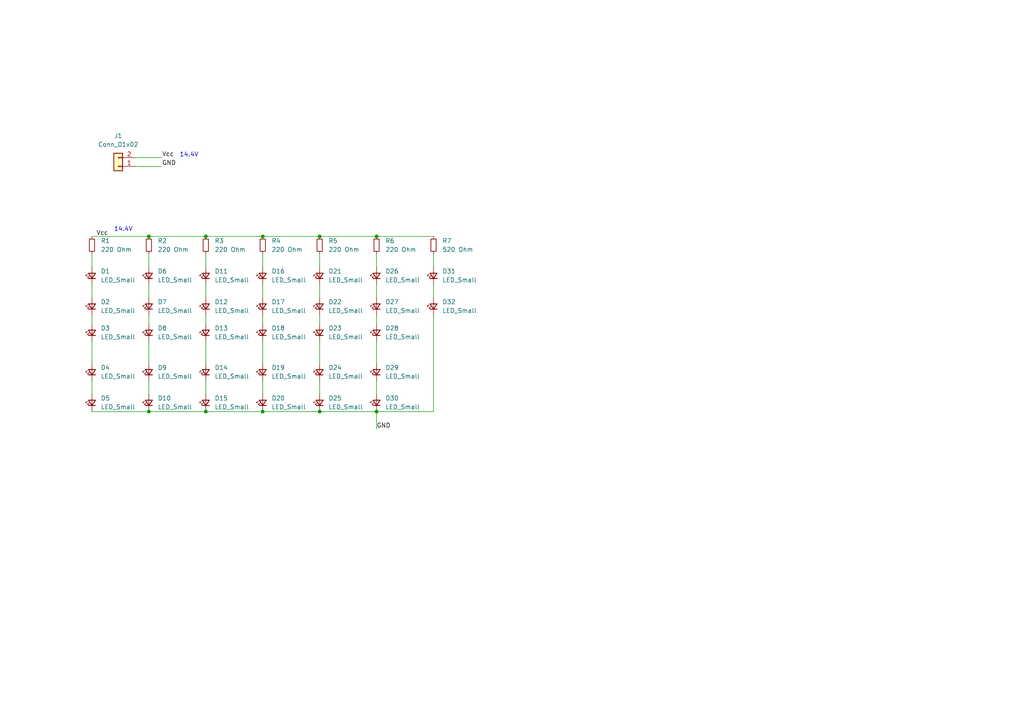
<source format=kicad_sch>
(kicad_sch (version 20230121) (generator eeschema)
  (paper "A4")
  (title_block (title "Brake_Light") (date "2023-12-02") (rev "v1.4") (company "TTR_8th") (comment 1 "Designed By Howard Lee"))
  (lib_symbols
    (symbol "Connector_Generic:Conn_01x02" (pin_names (offset 1.016) hide)
      (property "Reference" "J" (at 0 2.54 0))
      (property "Value" "Conn_01x02" (at 0 -5.08 0))
      (symbol "Conn_01x02_1_1"
        (rectangle (start -1.27 -2.413) (end 0 -2.667) (stroke (width 0.1524)))
        (rectangle (start -1.27 0.127) (end 0 -0.127) (stroke (width 0.1524)))
        (rectangle (start -1.27 1.27) (end 1.27 -3.81) (stroke (width 0.254)) (fill (type background)))
        (pin passive line (at -5.08 0 0) (length 3.81) (name "Pin_1") (number "1"))
        (pin passive line (at -5.08 -2.54 0) (length 3.81) (name "Pin_2") (number "2"))
      )
    )
    (symbol "Device:LED_Small" (pin_numbers hide) (pin_names (offset 0.254) hide)
      (property "Reference" "D" (at -1.27 3.175 0))
      (property "Value" "LED_Small" (at -4.445 -2.54 0))
      (symbol "LED_Small_0_1"
        (polyline (pts (xy -0.762 -1.016) (xy -0.762 1.016)) (stroke (width 0.254)))
        (polyline (pts (xy 1.016 0) (xy -0.762 0)))
        (polyline (pts (xy 0.762 -1.016) (xy -0.762 0) (xy 0.762 1.016) (xy 0.762 -1.016)) (stroke (width 0.254)))
        (polyline (pts (xy 0 0.762) (xy -0.508 1.27) (xy -0.254 1.27) (xy -0.508 1.27) (xy -0.508 1.016)))
        (polyline (pts (xy 0.508 1.27) (xy 0 1.778) (xy 0.254 1.778) (xy 0 1.778) (xy 0 1.524)))
      )
      (symbol "LED_Small_1_1"
        (pin passive line (at -2.54 0 0) (length 1.778) (name "K") (number "1"))
        (pin passive line (at 2.54 0 180) (length 1.778) (name "A") (number "2"))
      )
    )
    (symbol "Device:R_Small" (pin_numbers hide) (pin_names (offset 0.254) hide)
      (property "Reference" "R" (at 0.762 0.508 0))
      (property "Value" "R_Small" (at 0.762 -1.016 0))
      (symbol "R_Small_0_1"
        (rectangle (start -0.762 1.778) (end 0.762 -1.778) (stroke (width 0.2032)))
      )
      (symbol "R_Small_1_1"
        (pin passive line (at 0 2.54 270) (length 0.762) (name "~") (number "1"))
        (pin passive line (at 0 -2.54 90) (length 0.762) (name "~") (number "2"))
      )
    )
  )
  (junction (at 59.69 119.38))
  (junction (at 109.22 119.38))
  (junction (at 76.2 68.58))
  (junction (at 92.71 119.38))
  (junction (at 109.22 68.58))
  (junction (at 59.69 68.58))
  (junction (at 43.18 68.58))
  (junction (at 92.71 68.58))
  (junction (at 76.2 119.38))
  (junction (at 43.18 119.38))
  (wire (pts (xy 125.73 82.55) (xy 125.73 86.36)))
  (wire (pts (xy 76.2 91.44) (xy 76.2 93.98)))
  (wire (pts (xy 76.2 110.49) (xy 76.2 114.3)))
  (wire (pts (xy 26.67 82.55) (xy 26.67 86.36)))
  (wire (pts (xy 59.69 91.44) (xy 59.69 93.98)))
  (wire (pts (xy 125.73 119.38) (xy 109.22 119.38)))
  (wire (pts (xy 76.2 68.58) (xy 92.71 68.58)))
  (wire (pts (xy 76.2 82.55) (xy 76.2 86.36)))
  (wire (pts (xy 59.69 99.06) (xy 59.69 105.41)))
  (wire (pts (xy 109.22 124.46) (xy 109.22 119.38)))
  (wire (pts (xy 92.71 68.58) (xy 109.22 68.58)))
  (wire (pts (xy 109.22 91.44) (xy 109.22 93.98)))
  (wire (pts (xy 59.69 119.38) (xy 76.2 119.38)))
  (wire (pts (xy 43.18 68.58) (xy 59.69 68.58)))
  (wire (pts (xy 92.71 82.55) (xy 92.71 86.36)))
  (wire (pts (xy 59.69 82.55) (xy 59.69 86.36)))
  (wire (pts (xy 43.18 91.44) (xy 43.18 93.98)))
  (wire (pts (xy 92.71 110.49) (xy 92.71 114.3)))
  (wire (pts (xy 109.22 68.58) (xy 125.73 68.58)))
  (wire (pts (xy 59.69 73.66) (xy 59.69 77.47)))
  (wire (pts (xy 43.18 119.38) (xy 59.69 119.38)))
  (wire (pts (xy 26.67 119.38) (xy 43.18 119.38)))
  (wire (pts (xy 46.99 48.26) (xy 39.37 48.26)))
  (wire (pts (xy 26.67 68.58) (xy 43.18 68.58)))
  (wire (pts (xy 92.71 73.66) (xy 92.71 77.47)))
  (wire (pts (xy 76.2 99.06) (xy 76.2 105.41)))
  (wire (pts (xy 92.71 91.44) (xy 92.71 93.98)))
  (wire (pts (xy 125.73 91.44) (xy 125.73 119.38)))
  (wire (pts (xy 76.2 73.66) (xy 76.2 77.47)))
  (wire (pts (xy 26.67 110.49) (xy 26.67 114.3)))
  (wire (pts (xy 43.18 110.49) (xy 43.18 114.3)))
  (wire (pts (xy 43.18 82.55) (xy 43.18 86.36)))
  (wire (pts (xy 26.67 99.06) (xy 26.67 105.41)))
  (wire (pts (xy 59.69 110.49) (xy 59.69 114.3)))
  (wire (pts (xy 92.71 119.38) (xy 109.22 119.38)))
  (wire (pts (xy 125.73 73.66) (xy 125.73 77.47)))
  (wire (pts (xy 109.22 110.49) (xy 109.22 114.3)))
  (wire (pts (xy 109.22 82.55) (xy 109.22 86.36)))
  (wire (pts (xy 43.18 73.66) (xy 43.18 77.47)))
  (wire (pts (xy 26.67 91.44) (xy 26.67 93.98)))
  (wire (pts (xy 26.67 73.66) (xy 26.67 77.47)))
  (wire (pts (xy 46.99 45.72) (xy 39.37 45.72)))
  (wire (pts (xy 43.18 99.06) (xy 43.18 105.41)))
  (wire (pts (xy 59.69 68.58) (xy 76.2 68.58)))
  (wire (pts (xy 109.22 99.06) (xy 109.22 105.41)))
  (wire (pts (xy 76.2 119.38) (xy 92.71 119.38)))
  (wire (pts (xy 109.22 73.66) (xy 109.22 77.47)))
  (wire (pts (xy 92.71 99.06) (xy 92.71 105.41)))
  (text "14.4V" (at 33.02 67.31 0) (effects (font (size 1.27 1.27)) (justify left bottom)))
  (text "14.4V" (at 52.07 45.72 0) (effects (font (size 1.27 1.27)) (justify left bottom)))
  (label "Vcc" (at 27.94 68.58 0))
  (label "Vcc" (at 46.99 45.72 0))
  (label "GND" (at 46.99 48.26 0))
  (label "GND" (at 109.22 124.46 0))
  (symbol (lib_id "Device:LED_Small") (at 26.67 80.01 90) (unit 1)
    (property "Reference" "D1" (at 29.21 78.6765 90) (effects (justify right)))
    (property "Value" "LED_Small" (at 29.21 81.2165 90) (effects (justify right)))
    (property "Footprint" "LED_SMD:LED_0805_2012Metric" (effects hide))
  )
  (symbol (lib_id "Device:LED_Small") (at 92.71 116.84 90) (unit 1)
    (property "Reference" "D25" (at 95.25 115.5065 90) (effects (justify right)))
    (property "Value" "LED_Small" (at 95.25 118.0465 90) (effects (justify right)))
    (property "Footprint" "LED_SMD:LED_0805_2012Metric" (effects hide))
  )
  (symbol (lib_id "Device:LED_Small") (at 92.71 88.9 90) (unit 1)
    (property "Reference" "D22" (at 95.25 87.5665 90) (effects (justify right)))
    (property "Value" "LED_Small" (at 95.25 90.1065 90) (effects (justify right)))
    (property "Footprint" "LED_SMD:LED_0805_2012Metric" (effects hide))
  )
  (symbol (lib_id "Device:LED_Small") (at 26.67 96.52 90) (unit 1)
    (property "Reference" "D3" (at 29.21 95.1865 90) (effects (justify right)))
    (property "Value" "LED_Small" (at 29.21 97.7265 90) (effects (justify right)))
    (property "Footprint" "LED_SMD:LED_0805_2012Metric" (effects hide))
  )
  (symbol (lib_id "Device:LED_Small") (at 43.18 96.52 90) (unit 1)
    (property "Reference" "D8" (at 45.72 95.1865 90) (effects (justify right)))
    (property "Value" "LED_Small" (at 45.72 97.7265 90) (effects (justify right)))
    (property "Footprint" "LED_SMD:LED_0805_2012Metric" (effects hide))
  )
  (symbol (lib_id "Device:LED_Small") (at 109.22 80.01 90) (unit 1)
    (property "Reference" "D26" (at 111.76 78.6765 90) (effects (justify right)))
    (property "Value" "LED_Small" (at 111.76 81.2165 90) (effects (justify right)))
    (property "Footprint" "LED_SMD:LED_0805_2012Metric" (effects hide))
  )
  (symbol (lib_id "Device:LED_Small") (at 59.69 96.52 90) (unit 1)
    (property "Reference" "D13" (at 62.23 95.1865 90) (effects (justify right)))
    (property "Value" "LED_Small" (at 62.23 97.7265 90) (effects (justify right)))
    (property "Footprint" "LED_SMD:LED_0805_2012Metric" (effects hide))
  )
  (symbol (lib_id "Device:LED_Small") (at 109.22 96.52 90) (unit 1)
    (property "Reference" "D28" (at 111.76 95.1865 90) (effects (justify right)))
    (property "Value" "LED_Small" (at 111.76 97.7265 90) (effects (justify right)))
    (property "Footprint" "LED_SMD:LED_0805_2012Metric" (effects hide))
  )
  (symbol (lib_id "Connector_Generic:Conn_01x02") (at 34.29 48.26 180) (unit 1)
    (property "Reference" "J1" (at 34.29 39.37 0))
    (property "Value" "Conn_01x02" (at 34.29 41.91 0))
    (property "Footprint" "Connector_JST:JST_XH_B2B-XH-A_1x02_P2.50mm_Vertical" (effects hide))
  )
  (symbol (lib_id "Device:LED_Small") (at 26.67 88.9 90) (unit 1)
    (property "Reference" "D2" (at 29.21 87.5665 90) (effects (justify right)))
    (property "Value" "LED_Small" (at 29.21 90.1065 90) (effects (justify right)))
    (property "Footprint" "LED_SMD:LED_0805_2012Metric" (effects hide))
  )
  (symbol (lib_id "Device:R_Small") (at 109.22 71.12 0) (unit 1)
    (property "Reference" "R6" (at 111.76 69.85 0) (effects (justify left)))
    (property "Value" "220 Ohm" (at 111.76 72.39 0) (effects (justify left)))
    (property "Footprint" "Resistor_SMD:R_0805_2012Metric" (effects hide))
  )
  (symbol (lib_id "Device:LED_Small") (at 59.69 116.84 90) (unit 1)
    (property "Reference" "D15" (at 62.23 115.5065 90) (effects (justify right)))
    (property "Value" "LED_Small" (at 62.23 118.0465 90) (effects (justify right)))
    (property "Footprint" "LED_SMD:LED_0805_2012Metric" (effects hide))
  )
  (symbol (lib_id "Device:R_Small") (at 76.2 71.12 0) (unit 1)
    (property "Reference" "R4" (at 78.74 69.85 0) (effects (justify left)))
    (property "Value" "220 Ohm" (at 78.74 72.39 0) (effects (justify left)))
    (property "Footprint" "Resistor_SMD:R_0805_2012Metric" (effects hide))
  )
  (symbol (lib_id "Device:R_Small") (at 59.69 71.12 0) (unit 1)
    (property "Reference" "R3" (at 62.23 69.85 0) (effects (justify left)))
    (property "Value" "220 Ohm" (at 62.23 72.39 0) (effects (justify left)))
    (property "Footprint" "Resistor_SMD:R_0805_2012Metric" (effects hide))
  )
  (symbol (lib_id "Device:LED_Small") (at 43.18 88.9 90) (unit 1)
    (property "Reference" "D7" (at 45.72 87.5665 90) (effects (justify right)))
    (property "Value" "LED_Small" (at 45.72 90.1065 90) (effects (justify right)))
    (property "Footprint" "LED_SMD:LED_0805_2012Metric" (effects hide))
  )
  (symbol (lib_id "Device:LED_Small") (at 43.18 116.84 90) (unit 1)
    (property "Reference" "D10" (at 45.72 115.5065 90) (effects (justify right)))
    (property "Value" "LED_Small" (at 45.72 118.0465 90) (effects (justify right)))
    (property "Footprint" "LED_SMD:LED_0805_2012Metric" (effects hide))
  )
  (symbol (lib_id "Device:LED_Small") (at 76.2 96.52 90) (unit 1)
    (property "Reference" "D18" (at 78.74 95.1865 90) (effects (justify right)))
    (property "Value" "LED_Small" (at 78.74 97.7265 90) (effects (justify right)))
    (property "Footprint" "LED_SMD:LED_0805_2012Metric" (effects hide))
  )
  (symbol (lib_id "Device:LED_Small") (at 92.71 80.01 90) (unit 1)
    (property "Reference" "D21" (at 95.25 78.6765 90) (effects (justify right)))
    (property "Value" "LED_Small" (at 95.25 81.2165 90) (effects (justify right)))
    (property "Footprint" "LED_SMD:LED_0805_2012Metric" (effects hide))
  )
  (symbol (lib_id "Device:R_Small") (at 92.71 71.12 0) (unit 1)
    (property "Reference" "R5" (at 95.25 69.85 0) (effects (justify left)))
    (property "Value" "220 Ohm" (at 95.25 72.39 0) (effects (justify left)))
    (property "Footprint" "Resistor_SMD:R_0805_2012Metric" (effects hide))
  )
  (symbol (lib_id "Device:LED_Small") (at 92.71 107.95 90) (unit 1)
    (property "Reference" "D24" (at 95.25 106.6165 90) (effects (justify right)))
    (property "Value" "LED_Small" (at 95.25 109.1565 90) (effects (justify right)))
    (property "Footprint" "LED_SMD:LED_0805_2012Metric" (effects hide))
  )
  (symbol (lib_id "Device:LED_Small") (at 76.2 88.9 90) (unit 1)
    (property "Reference" "D17" (at 78.74 87.5665 90) (effects (justify right)))
    (property "Value" "LED_Small" (at 78.74 90.1065 90) (effects (justify right)))
    (property "Footprint" "LED_SMD:LED_0805_2012Metric" (effects hide))
  )
  (symbol (lib_id "Device:LED_Small") (at 109.22 88.9 90) (unit 1)
    (property "Reference" "D27" (at 111.76 87.5665 90) (effects (justify right)))
    (property "Value" "LED_Small" (at 111.76 90.1065 90) (effects (justify right)))
    (property "Footprint" "LED_SMD:LED_0805_2012Metric" (effects hide))
  )
  (symbol (lib_id "Device:LED_Small") (at 109.22 107.95 90) (unit 1)
    (property "Reference" "D29" (at 111.76 106.6165 90) (effects (justify right)))
    (property "Value" "LED_Small" (at 111.76 109.1565 90) (effects (justify right)))
    (property "Footprint" "LED_SMD:LED_0805_2012Metric" (effects hide))
  )
  (symbol (lib_id "Device:LED_Small") (at 109.22 116.84 90) (unit 1)
    (property "Reference" "D30" (at 111.76 115.5065 90) (effects (justify right)))
    (property "Value" "LED_Small" (at 111.76 118.0465 90) (effects (justify right)))
    (property "Footprint" "LED_SMD:LED_0805_2012Metric" (effects hide))
  )
  (symbol (lib_id "Device:LED_Small") (at 76.2 116.84 90) (unit 1)
    (property "Reference" "D20" (at 78.74 115.5065 90) (effects (justify right)))
    (property "Value" "LED_Small" (at 78.74 118.0465 90) (effects (justify right)))
    (property "Footprint" "LED_SMD:LED_0805_2012Metric" (effects hide))
  )
  (symbol (lib_id "Device:LED_Small") (at 59.69 88.9 90) (unit 1)
    (property "Reference" "D12" (at 62.23 87.5665 90) (effects (justify right)))
    (property "Value" "LED_Small" (at 62.23 90.1065 90) (effects (justify right)))
    (property "Footprint" "LED_SMD:LED_0805_2012Metric" (effects hide))
  )
  (symbol (lib_id "Device:LED_Small") (at 43.18 107.95 90) (unit 1)
    (property "Reference" "D9" (at 45.72 106.6165 90) (effects (justify right)))
    (property "Value" "LED_Small" (at 45.72 109.1565 90) (effects (justify right)))
    (property "Footprint" "LED_SMD:LED_0805_2012Metric" (effects hide))
  )
  (symbol (lib_id "Device:LED_Small") (at 76.2 80.01 90) (unit 1)
    (property "Reference" "D16" (at 78.74 78.6765 90) (effects (justify right)))
    (property "Value" "LED_Small" (at 78.74 81.2165 90) (effects (justify right)))
    (property "Footprint" "LED_SMD:LED_0805_2012Metric" (effects hide))
  )
  (symbol (lib_id "Device:LED_Small") (at 125.73 80.01 90) (unit 1)
    (property "Reference" "D31" (at 128.27 78.6765 90) (effects (justify right)))
    (property "Value" "LED_Small" (at 128.27 81.2165 90) (effects (justify right)))
    (property "Footprint" "LED_SMD:LED_0805_2012Metric" (effects hide))
  )
  (symbol (lib_id "Device:R_Small") (at 26.67 71.12 0) (unit 1)
    (property "Reference" "R1" (at 29.21 69.85 0) (effects (justify left)))
    (property "Value" "220 Ohm" (at 29.21 72.39 0) (effects (justify left)))
    (property "Footprint" "Resistor_SMD:R_0805_2012Metric" (effects hide))
  )
  (symbol (lib_id "Device:LED_Small") (at 125.73 88.9 90) (unit 1)
    (property "Reference" "D32" (at 128.27 87.5665 90) (effects (justify right)))
    (property "Value" "LED_Small" (at 128.27 90.1065 90) (effects (justify right)))
    (property "Footprint" "LED_SMD:LED_0805_2012Metric" (effects hide))
  )
  (symbol (lib_id "Device:LED_Small") (at 59.69 107.95 90) (unit 1)
    (property "Reference" "D14" (at 62.23 106.6165 90) (effects (justify right)))
    (property "Value" "LED_Small" (at 62.23 109.1565 90) (effects (justify right)))
    (property "Footprint" "LED_SMD:LED_0805_2012Metric" (effects hide))
  )
  (symbol (lib_id "Device:LED_Small") (at 43.18 80.01 90) (unit 1)
    (property "Reference" "D6" (at 45.72 78.6765 90) (effects (justify right)))
    (property "Value" "LED_Small" (at 45.72 81.2165 90) (effects (justify right)))
    (property "Footprint" "LED_SMD:LED_0805_2012Metric" (effects hide))
  )
  (symbol (lib_id "Device:R_Small") (at 43.18 71.12 0) (unit 1)
    (property "Reference" "R2" (at 45.72 69.85 0) (effects (justify left)))
    (property "Value" "220 Ohm" (at 45.72 72.39 0) (effects (justify left)))
    (property "Footprint" "Resistor_SMD:R_0805_2012Metric" (effects hide))
  )
  (symbol (lib_id "Device:LED_Small") (at 76.2 107.95 90) (unit 1)
    (property "Reference" "D19" (at 78.74 106.6165 90) (effects (justify right)))
    (property "Value" "LED_Small" (at 78.74 109.1565 90) (effects (justify right)))
    (property "Footprint" "LED_SMD:LED_0805_2012Metric" (effects hide))
  )
  (symbol (lib_id "Device:LED_Small") (at 26.67 116.84 90) (unit 1)
    (property "Reference" "D5" (at 29.21 115.5065 90) (effects (justify right)))
    (property "Value" "LED_Small" (at 29.21 118.0465 90) (effects (justify right)))
    (property "Footprint" "LED_SMD:LED_0805_2012Metric" (effects hide))
  )
  (symbol (lib_id "Device:LED_Small") (at 26.67 107.95 90) (unit 1)
    (property "Reference" "D4" (at 29.21 106.6165 90) (effects (justify right)))
    (property "Value" "LED_Small" (at 29.21 109.1565 90) (effects (justify right)))
    (property "Footprint" "LED_SMD:LED_0805_2012Metric" (effects hide))
  )
  (symbol (lib_id "Device:R_Small") (at 125.73 71.12 0) (unit 1)
    (property "Reference" "R7" (at 128.27 69.85 0) (effects (justify left)))
    (property "Value" "520 Ohm" (at 128.27 72.39 0) (effects (justify left)))
    (property "Footprint" "Resistor_SMD:R_0805_2012Metric" (effects hide))
  )
  (symbol (lib_id "Device:LED_Small") (at 92.71 96.52 90) (unit 1)
    (property "Reference" "D23" (at 95.25 95.1865 90) (effects (justify right)))
    (property "Value" "LED_Small" (at 95.25 97.7265 90) (effects (justify right)))
    (property "Footprint" "LED_SMD:LED_0805_2012Metric" (effects hide))
  )
  (symbol (lib_id "Device:LED_Small") (at 59.69 80.01 90) (unit 1)
    (property "Reference" "D11" (at 62.23 78.6765 90) (effects (justify right)))
    (property "Value" "LED_Small" (at 62.23 81.2165 90) (effects (justify right)))
    (property "Footprint" "LED_SMD:LED_0805_2012Metric" (effects hide))
  )
)
</source>
